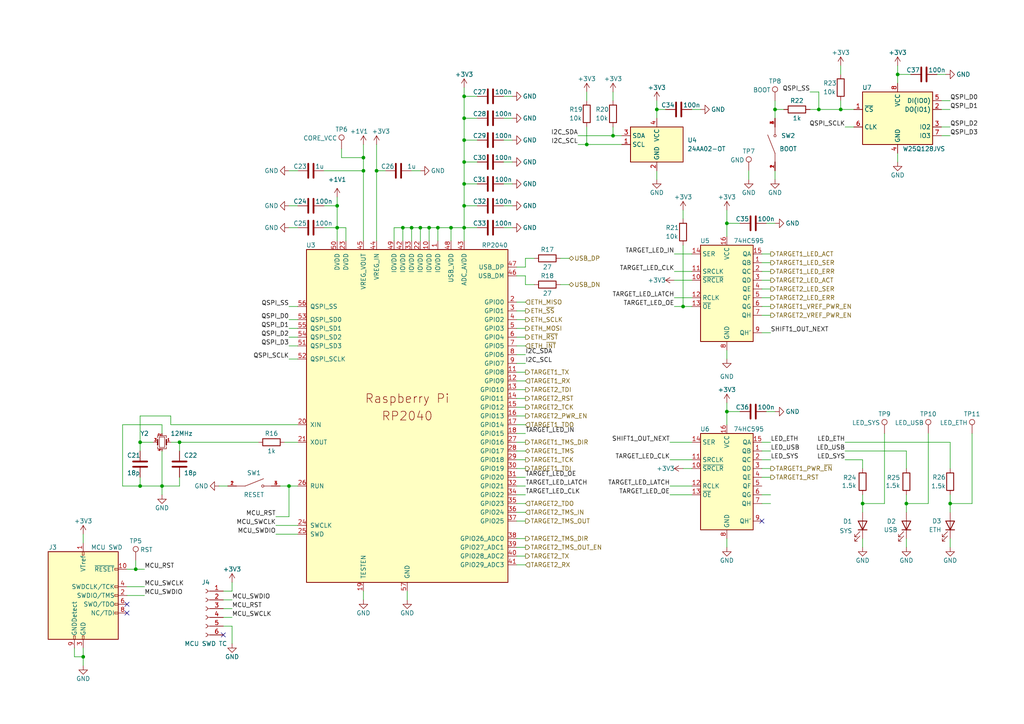
<source format=kicad_sch>
(kicad_sch (version 20211123) (generator eeschema)
  (paper "A4")
  (lib_symbols
    (symbol "1571563-9:1571563-9" (pin_names (offset 1.016) hide)
      (property "Reference" "S" (at -2.54 2.54 0))
      (property "Value" "1571563-9" (at -2.54 -2.54 0))
      (symbol "1571563-9_0_0"
        (pin passive line (at -7.62 0 0) (length 2.54) (name "~") (number "1"))
        (pin passive line (at -7.62 0 0) (length 2.54) (name "~") (number "2"))
        (pin passive line (at 7.62 0 180) (length 2.54) (name "~") (number "3"))
        (pin passive line (at 7.62 0 180) (length 2.54) (name "~") (number "4"))
      )
    )
    (symbol "74xx:74HC595"
      (property "Reference" "U" (at -7.62 13.97 0))
      (property "Value" "74HC595" (at -7.62 -16.51 0))
      (symbol "74HC595_1_0"
        (pin tri_state line (at 10.16 7.62 180) (length 2.54) (name "QB") (number "1"))
        (pin input line (at -10.16 2.54 0) (length 2.54) (name "~{SRCLR}") (number "10"))
        (pin input line (at -10.16 5.08 0) (length 2.54) (name "SRCLK") (number "11"))
        (pin input line (at -10.16 -2.54 0) (length 2.54) (name "RCLK") (number "12"))
        (pin input line (at -10.16 -5.08 0) (length 2.54) (name "~{OE}") (number "13"))
        (pin input line (at -10.16 10.16 0) (length 2.54) (name "SER") (number "14"))
        (pin tri_state line (at 10.16 10.16 180) (length 2.54) (name "QA") (number "15"))
        (pin power_in line (at 0 15.24 270) (length 2.54) (name "VCC") (number "16"))
        (pin tri_state line (at 10.16 5.08 180) (length 2.54) (name "QC") (number "2"))
        (pin tri_state line (at 10.16 2.54 180) (length 2.54) (name "QD") (number "3"))
        (pin tri_state line (at 10.16 0 180) (length 2.54) (name "QE") (number "4"))
        (pin tri_state line (at 10.16 -2.54 180) (length 2.54) (name "QF") (number "5"))
        (pin tri_state line (at 10.16 -5.08 180) (length 2.54) (name "QG") (number "6"))
        (pin tri_state line (at 10.16 -7.62 180) (length 2.54) (name "QH") (number "7"))
        (pin power_in line (at 0 -17.78 90) (length 2.54) (name "GND") (number "8"))
        (pin output line (at 10.16 -12.7 180) (length 2.54) (name "QH'") (number "9"))
      )
    )
    (symbol "Connector:Conn_01x06_Female" (pin_names (offset 1.016) hide)
      (property "Reference" "J" (at 0 7.62 0))
      (property "Value" "Conn_01x06_Female" (at 0 -10.16 0))
      (symbol "Conn_01x06_Female_1_1"
        (pin passive line (at -5.08 5.08 0) (length 3.81) (name "Pin_1") (number "1"))
        (pin passive line (at -5.08 2.54 0) (length 3.81) (name "Pin_2") (number "2"))
        (pin passive line (at -5.08 0 0) (length 3.81) (name "Pin_3") (number "3"))
        (pin passive line (at -5.08 -2.54 0) (length 3.81) (name "Pin_4") (number "4"))
        (pin passive line (at -5.08 -5.08 0) (length 3.81) (name "Pin_5") (number "5"))
        (pin passive line (at -5.08 -7.62 0) (length 3.81) (name "Pin_6") (number "6"))
      )
    )
    (symbol "Connector:Conn_ARM_JTAG_SWD_10" (pin_names (offset 1.016))
      (property "Reference" "J" (at -2.54 16.51 0))
      (property "Value" "Conn_ARM_JTAG_SWD_10" (at -2.54 13.97 0))
      (symbol "Conn_ARM_JTAG_SWD_10_1_1"
        (pin power_in line (at 0 15.24 270) (length 2.54) (name "VTref") (number "1"))
        (pin open_collector line (at 12.7 7.62 180) (length 2.54) (name "~{RESET}") (number "10"))
        (pin bidirectional line (at 12.7 0 180) (length 2.54) (name "SWDIO/TMS") (number "2"))
        (pin power_in line (at 0 -15.24 90) (length 2.54) (name "GND") (number "3"))
        (pin output line (at 12.7 2.54 180) (length 2.54) (name "SWDCLK/TCK") (number "4"))
        (pin passive line (at 0 -15.24 90) (length 2.54) hide (name "GND") (number "5"))
        (pin input line (at 12.7 -2.54 180) (length 2.54) (name "SWO/TDO") (number "6"))
        (pin no_connect line (at -10.16 0 0) (length 2.54) hide (name "KEY") (number "7"))
        (pin output line (at 12.7 -5.08 180) (length 2.54) (name "NC/TDI") (number "8"))
        (pin passive line (at -2.54 -15.24 90) (length 2.54) (name "GNDDetect") (number "9"))
      )
    )
    (symbol "Connector:TestPoint" (pin_numbers hide) (pin_names (offset 0.762) hide)
      (property "Reference" "TP" (at 0 6.858 0))
      (property "Value" "TestPoint" (at 0 5.08 0))
      (symbol "TestPoint_1_1"
        (pin passive line (at 0 0 90) (length 2.54) (name "1") (number "1"))
      )
    )
    (symbol "Device:C" (pin_numbers hide) (pin_names (offset 0.254))
      (property "Reference" "C" (at 0.635 2.54 0))
      (property "Value" "C" (at 0.635 -2.54 0))
      (symbol "C_1_1"
        (pin passive line (at 0 3.81 270) (length 2.794) (name "~") (number "1"))
        (pin passive line (at 0 -3.81 90) (length 2.794) (name "~") (number "2"))
      )
    )
    (symbol "Device:Crystal_GND24_Small" (pin_names (offset 1.016) hide)
      (property "Reference" "Y" (at 1.27 4.445 0))
      (property "Value" "Crystal_GND24_Small" (at 1.27 2.54 0))
      (symbol "Crystal_GND24_Small_1_1"
        (pin passive line (at -2.54 0 0) (length 1.27) (name "1") (number "1"))
        (pin passive line (at 0 -2.54 90) (length 0.635) (name "2") (number "2"))
        (pin passive line (at 2.54 0 180) (length 1.27) (name "3") (number "3"))
        (pin passive line (at 0 2.54 270) (length 0.635) (name "4") (number "4"))
      )
    )
    (symbol "Device:LED" (pin_numbers hide) (pin_names (offset 1.016) hide)
      (property "Reference" "D" (at 0 2.54 0))
      (property "Value" "LED" (at 0 -2.54 0))
      (symbol "LED_1_1"
        (pin passive line (at -3.81 0 0) (length 2.54) (name "K") (number "1"))
        (pin passive line (at 3.81 0 180) (length 2.54) (name "A") (number "2"))
      )
    )
    (symbol "Device:R" (pin_numbers hide) (pin_names (offset 0))
      (property "Reference" "R" (at 2.032 0 90))
      (property "Value" "R" (at 0 0 90))
      (symbol "R_1_1"
        (pin passive line (at 0 3.81 270) (length 1.27) (name "~") (number "1"))
        (pin passive line (at 0 -3.81 90) (length 1.27) (name "~") (number "2"))
      )
    )
    (symbol "MCU_RaspberryPi_RP2040:RP2040" (pin_names (offset 1.016))
      (property "Reference" "U" (at -29.21 49.53 0))
      (property "Value" "RP2040" (at 24.13 -49.53 0))
      (symbol "RP2040_0_0"
        (text "Raspberry Pi" (at 0 5.08 0) (effects (font (size 2.54 2.54))))
        (text "RP2040" (at 0 0 0) (effects (font (size 2.54 2.54))))
      )
      (symbol "RP2040_1_1"
        (pin power_in line (at 8.89 50.8 270) (length 2.54) (name "IOVDD") (number "1"))
        (pin power_in line (at 6.35 50.8 270) (length 2.54) (name "IOVDD") (number "10"))
        (pin bidirectional line (at 31.75 12.7 180) (length 2.54) (name "GPIO8") (number "11"))
        (pin bidirectional line (at 31.75 10.16 180) (length 2.54) (name "GPIO9") (number "12"))
        (pin bidirectional line (at 31.75 7.62 180) (length 2.54) (name "GPIO10") (number "13"))
        (pin bidirectional line (at 31.75 5.08 180) (length 2.54) (name "GPIO11") (number "14"))
        (pin bidirectional line (at 31.75 2.54 180) (length 2.54) (name "GPIO12") (number "15"))
        (pin bidirectional line (at 31.75 0 180) (length 2.54) (name "GPIO13") (number "16"))
        (pin bidirectional line (at 31.75 -2.54 180) (length 2.54) (name "GPIO14") (number "17"))
        (pin bidirectional line (at 31.75 -5.08 180) (length 2.54) (name "GPIO15") (number "18"))
        (pin passive line (at -12.7 -50.8 90) (length 2.54) (name "TESTEN") (number "19"))
        (pin bidirectional line (at 31.75 33.02 180) (length 2.54) (name "GPIO0") (number "2"))
        (pin input line (at -31.75 -2.54 0) (length 2.54) (name "XIN") (number "20"))
        (pin passive line (at -31.75 -7.62 0) (length 2.54) (name "XOUT") (number "21"))
        (pin power_in line (at 3.81 50.8 270) (length 2.54) (name "IOVDD") (number "22"))
        (pin power_in line (at -17.78 50.8 270) (length 2.54) (name "DVDD") (number "23"))
        (pin output line (at -31.75 -31.75 0) (length 2.54) (name "SWCLK") (number "24"))
        (pin bidirectional line (at -31.75 -34.29 0) (length 2.54) (name "SWD") (number "25"))
        (pin input line (at -31.75 -20.32 0) (length 2.54) (name "RUN") (number "26"))
        (pin bidirectional line (at 31.75 -7.62 180) (length 2.54) (name "GPIO16") (number "27"))
        (pin bidirectional line (at 31.75 -10.16 180) (length 2.54) (name "GPIO17") (number "28"))
        (pin bidirectional line (at 31.75 -12.7 180) (length 2.54) (name "GPIO18") (number "29"))
        (pin bidirectional line (at 31.75 30.48 180) (length 2.54) (name "GPIO1") (number "3"))
        (pin bidirectional line (at 31.75 -15.24 180) (length 2.54) (name "GPIO19") (number "30"))
        (pin bidirectional line (at 31.75 -17.78 180) (length 2.54) (name "GPIO20") (number "31"))
        (pin bidirectional line (at 31.75 -20.32 180) (length 2.54) (name "GPIO21") (number "32"))
        (pin power_in line (at 1.27 50.8 270) (length 2.54) (name "IOVDD") (number "33"))
        (pin bidirectional line (at 31.75 -22.86 180) (length 2.54) (name "GPIO22") (number "34"))
        (pin bidirectional line (at 31.75 -25.4 180) (length 2.54) (name "GPIO23") (number "35"))
        (pin bidirectional line (at 31.75 -27.94 180) (length 2.54) (name "GPIO24") (number "36"))
        (pin bidirectional line (at 31.75 -30.48 180) (length 2.54) (name "GPIO25") (number "37"))
        (pin bidirectional line (at 31.75 -35.56 180) (length 2.54) (name "GPIO26_ADC0") (number "38"))
        (pin bidirectional line (at 31.75 -38.1 180) (length 2.54) (name "GPIO27_ADC1") (number "39"))
        (pin bidirectional line (at 31.75 27.94 180) (length 2.54) (name "GPIO2") (number "4"))
        (pin bidirectional line (at 31.75 -40.64 180) (length 2.54) (name "GPIO28_ADC2") (number "40"))
        (pin bidirectional line (at 31.75 -43.18 180) (length 2.54) (name "GPIO29_ADC3") (number "41"))
        (pin power_in line (at -1.27 50.8 270) (length 2.54) (name "IOVDD") (number "42"))
        (pin power_in line (at 16.51 50.8 270) (length 2.54) (name "ADC_AVDD") (number "43"))
        (pin power_in line (at -8.89 50.8 270) (length 2.54) (name "VREG_IN") (number "44"))
        (pin power_out line (at -12.7 50.8 270) (length 2.54) (name "VREG_VOUT") (number "45"))
        (pin bidirectional line (at 31.75 40.64 180) (length 2.54) (name "USB_DM") (number "46"))
        (pin bidirectional line (at 31.75 43.18 180) (length 2.54) (name "USB_DP") (number "47"))
        (pin power_in line (at 12.7 50.8 270) (length 2.54) (name "USB_VDD") (number "48"))
        (pin power_in line (at -3.81 50.8 270) (length 2.54) (name "IOVDD") (number "49"))
        (pin bidirectional line (at 31.75 25.4 180) (length 2.54) (name "GPIO3") (number "5"))
        (pin power_in line (at -20.32 50.8 270) (length 2.54) (name "DVDD") (number "50"))
        (pin bidirectional line (at -31.75 20.32 0) (length 2.54) (name "QSPI_SD3") (number "51"))
        (pin output line (at -31.75 16.51 0) (length 2.54) (name "QSPI_SCLK") (number "52"))
        (pin bidirectional line (at -31.75 27.94 0) (length 2.54) (name "QSPI_SD0") (number "53"))
        (pin bidirectional line (at -31.75 22.86 0) (length 2.54) (name "QSPI_SD2") (number "54"))
        (pin bidirectional line (at -31.75 25.4 0) (length 2.54) (name "QSPI_SD1") (number "55"))
        (pin bidirectional line (at -31.75 31.75 0) (length 2.54) (name "QSPI_SS") (number "56"))
        (pin power_in line (at 0 -50.8 90) (length 2.54) (name "GND") (number "57"))
        (pin bidirectional line (at 31.75 22.86 180) (length 2.54) (name "GPIO4") (number "6"))
        (pin bidirectional line (at 31.75 20.32 180) (length 2.54) (name "GPIO5") (number "7"))
        (pin bidirectional line (at 31.75 17.78 180) (length 2.54) (name "GPIO6") (number "8"))
        (pin bidirectional line (at 31.75 15.24 180) (length 2.54) (name "GPIO7") (number "9"))
      )
    )
    (symbol "Memory_EEPROM:24AA02-OT"
      (property "Reference" "U" (at -7.62 6.35 0))
      (property "Value" "24AA02-OT" (at 2.54 -6.35 0))
      (symbol "24AA02-OT_1_1"
        (pin input line (at 10.16 0 180) (length 2.54) (name "SCL") (number "1"))
        (pin power_in line (at 0 -7.62 90) (length 2.54) (name "GND") (number "2"))
        (pin bidirectional line (at 10.16 2.54 180) (length 2.54) (name "SDA") (number "3"))
        (pin power_in line (at 0 7.62 270) (length 2.54) (name "VCC") (number "4"))
        (pin no_connect line (at 7.62 -2.54 180) (length 2.54) hide (name "NC") (number "5"))
      )
    )
    (symbol "Memory_Flash:W25Q128JVS"
      (property "Reference" "U" (at -8.89 8.89 0))
      (property "Value" "W25Q128JVS" (at 7.62 8.89 0))
      (symbol "W25Q128JVS_1_1"
        (pin input line (at -12.7 2.54 0) (length 2.54) (name "~{CS}") (number "1"))
        (pin bidirectional line (at 12.7 2.54 180) (length 2.54) (name "DO(IO1)") (number "2"))
        (pin bidirectional line (at 12.7 -2.54 180) (length 2.54) (name "IO2") (number "3"))
        (pin power_in line (at 0 -10.16 90) (length 2.54) (name "GND") (number "4"))
        (pin bidirectional line (at 12.7 5.08 180) (length 2.54) (name "DI(IO0)") (number "5"))
        (pin input line (at -12.7 -2.54 0) (length 2.54) (name "CLK") (number "6"))
        (pin bidirectional line (at 12.7 -5.08 180) (length 2.54) (name "IO3") (number "7"))
        (pin power_in line (at 0 10.16 270) (length 2.54) (name "VCC") (number "8"))
      )
    )
    (symbol "power:+1V1" (power) (pin_names (offset 0))
      (property "Value" "+1V1" (at 0 3.556 0))
      (symbol "+1V1_1_1"
        (pin power_in line (at 0 0 90) (length 0) hide (name "+1V1") (number "1"))
      )
    )
    (symbol "power:+3V3" (power) (pin_names (offset 0))
      (property "Value" "+3V3" (at 0 3.556 0))
      (symbol "+3V3_1_1"
        (pin power_in line (at 0 0 90) (length 0) hide (name "+3V3") (number "1"))
      )
    )
    (symbol "power:GND" (power) (pin_names (offset 0))
      (property "Value" "GND" (at 0 -3.81 0))
      (symbol "GND_1_1"
        (pin power_in line (at 0 0 270) (length 0) hide (name "GND") (number "1"))
      )
    )
  )
  (junction (at 116.84 66.04) (diameter 0.9144))
  (junction (at 210.82 119.38) (diameter 0.9144))
  (junction (at 177.8 39.37) (diameter 0.9144))
  (junction (at 124.46 66.04) (diameter 0.9144))
  (junction (at 134.62 59.69) (diameter 0.9144))
  (junction (at 24.13 190.5) (diameter 0.9144))
  (junction (at 170.18 41.91) (diameter 0.9144))
  (junction (at 97.79 66.04) (diameter 0.9144))
  (junction (at 198.12 88.9))
  (junction (at 105.41 45.72) (diameter 0.9144))
  (junction (at 105.41 49.53) (diameter 0.9144))
  (junction (at 39.37 165.1) (diameter 0.9144))
  (junction (at 134.62 27.94) (diameter 0.9144))
  (junction (at 243.84 31.75) (diameter 0.9144))
  (junction (at 210.82 64.77) (diameter 0.9144))
  (junction (at 130.81 66.04) (diameter 0.9144))
  (junction (at 237.49 31.75) (diameter 0.9144))
  (junction (at 190.5 31.75) (diameter 0.9144))
  (junction (at 134.62 66.04) (diameter 0.9144))
  (junction (at 109.22 49.53) (diameter 0.9144))
  (junction (at 46.99 140.97) (diameter 0.9144))
  (junction (at 40.64 128.27) (diameter 0.9144))
  (junction (at 275.59 146.05))
  (junction (at 260.35 21.59) (diameter 0.9144))
  (junction (at 134.62 34.29) (diameter 0.9144))
  (junction (at 121.92 66.04) (diameter 0.9144))
  (junction (at 119.38 66.04) (diameter 0.9144))
  (junction (at 250.19 146.05))
  (junction (at 134.62 46.99) (diameter 0.9144))
  (junction (at 224.79 31.75) (diameter 0.9144))
  (junction (at 40.64 140.97) (diameter 0.9144))
  (junction (at 134.62 40.64) (diameter 0.9144))
  (junction (at 97.79 59.69) (diameter 0.9144))
  (junction (at 134.62 53.34) (diameter 0.9144))
  (junction (at 127 66.04) (diameter 0.9144))
  (junction (at 83.82 140.97) (diameter 0.9144))
  (junction (at 262.89 146.05))
  (junction (at 52.07 128.27) (diameter 0.9144))
  (no_connect (at 36.83 175.26))
  (no_connect (at 36.83 177.8))
  (no_connect (at 64.77 184.15))
  (no_connect (at 220.98 151.13))
  (wire (pts (xy 200.66 31.75) (xy 203.2 31.75)))
  (wire (pts (xy 21.59 187.96) (xy 21.59 190.5)))
  (wire (pts (xy 21.59 190.5) (xy 24.13 190.5)))
  (wire (pts (xy 220.98 73.66) (xy 223.52 73.66)))
  (wire (pts (xy 149.86 151.13) (xy 152.4 151.13)))
  (wire (pts (xy 134.62 66.04) (xy 134.62 69.85)))
  (wire (pts (xy 149.86 138.43) (xy 152.4 138.43)))
  (wire (pts (xy 40.64 128.27) (xy 40.64 120.65)))
  (wire (pts (xy 149.86 90.17) (xy 152.4 90.17)))
  (wire (pts (xy 243.84 29.21) (xy 243.84 31.75)))
  (wire (pts (xy 134.62 34.29) (xy 138.43 34.29)))
  (wire (pts (xy 198.12 88.9) (xy 200.66 88.9)))
  (wire (pts (xy 99.06 43.18) (xy 99.06 45.72)))
  (wire (pts (xy 99.06 45.72) (xy 105.41 45.72)))
  (wire (pts (xy 39.37 162.56) (xy 39.37 165.1)))
  (wire (pts (xy 80.01 154.94) (xy 86.36 154.94)))
  (wire (pts (xy 64.77 179.07) (xy 67.31 179.07)))
  (wire (pts (xy 220.98 81.28) (xy 223.52 81.28)))
  (wire (pts (xy 134.62 34.29) (xy 134.62 40.64)))
  (wire (pts (xy 149.86 135.89) (xy 152.4 135.89)))
  (wire (pts (xy 167.64 41.91) (xy 170.18 41.91)))
  (wire (pts (xy 64.77 173.99) (xy 67.31 173.99)))
  (wire (pts (xy 93.98 59.69) (xy 97.79 59.69)))
  (wire (pts (xy 260.35 19.05) (xy 260.35 21.59)))
  (wire (pts (xy 134.62 25.4) (xy 134.62 27.94)))
  (wire (pts (xy 149.86 158.75) (xy 152.4 158.75)))
  (wire (pts (xy 134.62 40.64) (xy 134.62 46.99)))
  (wire (pts (xy 220.98 76.2) (xy 223.52 76.2)))
  (wire (pts (xy 82.55 128.27) (xy 86.36 128.27)))
  (wire (pts (xy 149.86 80.01) (xy 152.4 80.01)))
  (wire (pts (xy 195.58 78.74) (xy 200.66 78.74)))
  (wire (pts (xy 134.62 59.69) (xy 138.43 59.69)))
  (wire (pts (xy 269.24 146.05) (xy 269.24 125.73)))
  (wire (pts (xy 148.59 34.29) (xy 146.05 34.29)))
  (wire (pts (xy 83.82 100.33) (xy 86.36 100.33)))
  (wire (pts (xy 149.86 110.49) (xy 152.4 110.49)))
  (wire (pts (xy 234.95 31.75) (xy 237.49 31.75)))
  (wire (pts (xy 170.18 41.91) (xy 170.18 36.83)))
  (wire (pts (xy 180.34 41.91) (xy 170.18 41.91)))
  (wire (pts (xy 275.59 156.21) (xy 275.59 158.75)))
  (wire (pts (xy 243.84 19.05) (xy 243.84 21.59)))
  (wire (pts (xy 36.83 172.72) (xy 41.91 172.72)))
  (wire (pts (xy 127 66.04) (xy 130.81 66.04)))
  (wire (pts (xy 67.31 171.45) (xy 64.77 171.45)))
  (wire (pts (xy 119.38 66.04) (xy 119.38 69.85)))
  (wire (pts (xy 167.64 39.37) (xy 177.8 39.37)))
  (wire (pts (xy 116.84 66.04) (xy 119.38 66.04)))
  (wire (pts (xy 83.82 59.69) (xy 86.36 59.69)))
  (wire (pts (xy 210.82 101.6) (xy 210.82 104.14)))
  (wire (pts (xy 124.46 66.04) (xy 127 66.04)))
  (wire (pts (xy 114.3 69.85) (xy 114.3 66.04)))
  (wire (pts (xy 52.07 128.27) (xy 74.93 128.27)))
  (wire (pts (xy 49.53 128.27) (xy 52.07 128.27)))
  (wire (pts (xy 198.12 60.96) (xy 198.12 63.5)))
  (wire (pts (xy 275.59 146.05) (xy 275.59 148.59)))
  (wire (pts (xy 210.82 119.38) (xy 214.63 119.38)))
  (wire (pts (xy 220.98 128.27) (xy 223.52 128.27)))
  (wire (pts (xy 100.33 69.85) (xy 100.33 66.04)))
  (wire (pts (xy 134.62 40.64) (xy 138.43 40.64)))
  (wire (pts (xy 105.41 49.53) (xy 105.41 69.85)))
  (wire (pts (xy 152.4 82.55) (xy 154.94 82.55)))
  (wire (pts (xy 224.79 29.21) (xy 224.79 31.75)))
  (wire (pts (xy 149.86 123.19) (xy 152.4 123.19)))
  (wire (pts (xy 49.53 123.19) (xy 86.36 123.19)))
  (wire (pts (xy 49.53 120.65) (xy 49.53 123.19)))
  (wire (pts (xy 109.22 49.53) (xy 111.76 49.53)))
  (wire (pts (xy 262.89 146.05) (xy 269.24 146.05)))
  (wire (pts (xy 148.59 27.94) (xy 146.05 27.94)))
  (wire (pts (xy 124.46 66.04) (xy 124.46 69.85)))
  (wire (pts (xy 149.86 140.97) (xy 152.4 140.97)))
  (wire (pts (xy 121.92 66.04) (xy 124.46 66.04)))
  (wire (pts (xy 24.13 187.96) (xy 24.13 190.5)))
  (wire (pts (xy 24.13 190.5) (xy 24.13 193.04)))
  (wire (pts (xy 67.31 186.69) (xy 67.31 181.61)))
  (wire (pts (xy 149.86 87.63) (xy 152.4 87.63)))
  (wire (pts (xy 262.89 143.51) (xy 262.89 146.05)))
  (wire (pts (xy 109.22 69.85) (xy 109.22 49.53)))
  (wire (pts (xy 262.89 135.89) (xy 262.89 130.81)))
  (wire (pts (xy 149.86 143.51) (xy 152.4 143.51)))
  (wire (pts (xy 119.38 66.04) (xy 121.92 66.04)))
  (wire (pts (xy 46.99 125.73) (xy 46.99 123.19)))
  (wire (pts (xy 148.59 40.64) (xy 146.05 40.64)))
  (wire (pts (xy 250.19 135.89) (xy 250.19 133.35)))
  (wire (pts (xy 250.19 146.05) (xy 256.54 146.05)))
  (wire (pts (xy 224.79 31.75) (xy 227.33 31.75)))
  (wire (pts (xy 52.07 138.43) (xy 52.07 140.97)))
  (wire (pts (xy 220.98 83.82) (xy 223.52 83.82)))
  (wire (pts (xy 64.77 176.53) (xy 67.31 176.53)))
  (wire (pts (xy 83.82 92.71) (xy 86.36 92.71)))
  (wire (pts (xy 83.82 104.14) (xy 86.36 104.14)))
  (wire (pts (xy 148.59 46.99) (xy 146.05 46.99)))
  (wire (pts (xy 195.58 81.28) (xy 200.66 81.28)))
  (wire (pts (xy 149.86 107.95) (xy 152.4 107.95)))
  (wire (pts (xy 250.19 146.05) (xy 250.19 148.59)))
  (wire (pts (xy 149.86 77.47) (xy 152.4 77.47)))
  (wire (pts (xy 273.05 31.75) (xy 275.59 31.75)))
  (wire (pts (xy 210.82 116.84) (xy 210.82 119.38)))
  (wire (pts (xy 152.4 80.01) (xy 152.4 82.55)))
  (wire (pts (xy 40.64 120.65) (xy 49.53 120.65)))
  (wire (pts (xy 194.31 143.51) (xy 200.66 143.51)))
  (wire (pts (xy 36.83 165.1) (xy 39.37 165.1)))
  (wire (pts (xy 39.37 165.1) (xy 41.91 165.1)))
  (wire (pts (xy 46.99 123.19) (xy 35.56 123.19)))
  (wire (pts (xy 220.98 91.44) (xy 223.52 91.44)))
  (wire (pts (xy 93.98 66.04) (xy 97.79 66.04)))
  (wire (pts (xy 210.82 60.96) (xy 210.82 64.77)))
  (wire (pts (xy 210.82 64.77) (xy 210.82 68.58)))
  (wire (pts (xy 260.35 21.59) (xy 260.35 24.13)))
  (wire (pts (xy 80.01 152.4) (xy 86.36 152.4)))
  (wire (pts (xy 149.86 161.29) (xy 152.4 161.29)))
  (wire (pts (xy 220.98 133.35) (xy 223.52 133.35)))
  (wire (pts (xy 40.64 128.27) (xy 40.64 130.81)))
  (wire (pts (xy 149.86 163.83) (xy 152.4 163.83)))
  (wire (pts (xy 83.82 66.04) (xy 86.36 66.04)))
  (wire (pts (xy 152.4 77.47) (xy 152.4 74.93)))
  (wire (pts (xy 256.54 146.05) (xy 256.54 125.73)))
  (wire (pts (xy 83.82 88.9) (xy 86.36 88.9)))
  (wire (pts (xy 97.79 69.85) (xy 97.79 66.04)))
  (wire (pts (xy 134.62 66.04) (xy 138.43 66.04)))
  (wire (pts (xy 177.8 26.67) (xy 177.8 29.21)))
  (wire (pts (xy 46.99 130.81) (xy 46.99 140.97)))
  (wire (pts (xy 220.98 96.52) (xy 223.52 96.52)))
  (wire (pts (xy 149.86 115.57) (xy 152.4 115.57)))
  (wire (pts (xy 198.12 71.12) (xy 198.12 88.9)))
  (wire (pts (xy 148.59 66.04) (xy 146.05 66.04)))
  (wire (pts (xy 177.8 39.37) (xy 177.8 36.83)))
  (wire (pts (xy 180.34 39.37) (xy 177.8 39.37)))
  (wire (pts (xy 35.56 123.19) (xy 35.56 140.97)))
  (wire (pts (xy 80.01 149.86) (xy 83.82 149.86)))
  (wire (pts (xy 83.82 140.97) (xy 83.82 149.86)))
  (wire (pts (xy 170.18 26.67) (xy 170.18 29.21)))
  (wire (pts (xy 224.79 34.29) (xy 224.79 31.75)))
  (wire (pts (xy 210.82 119.38) (xy 210.82 123.19)))
  (wire (pts (xy 275.59 128.27) (xy 275.59 135.89)))
  (wire (pts (xy 194.31 140.97) (xy 200.66 140.97)))
  (wire (pts (xy 148.59 59.69) (xy 146.05 59.69)))
  (wire (pts (xy 83.82 97.79) (xy 86.36 97.79)))
  (wire (pts (xy 273.05 29.21) (xy 275.59 29.21)))
  (wire (pts (xy 190.5 29.21) (xy 190.5 31.75)))
  (wire (pts (xy 210.82 156.21) (xy 210.82 158.75)))
  (wire (pts (xy 149.86 105.41) (xy 152.4 105.41)))
  (wire (pts (xy 273.05 39.37) (xy 275.59 39.37)))
  (wire (pts (xy 81.28 140.97) (xy 83.82 140.97)))
  (wire (pts (xy 220.98 135.89) (xy 223.52 135.89)))
  (wire (pts (xy 195.58 88.9) (xy 198.12 88.9)))
  (wire (pts (xy 46.99 140.97) (xy 46.99 143.51)))
  (wire (pts (xy 245.11 128.27) (xy 275.59 128.27)))
  (wire (pts (xy 260.35 21.59) (xy 264.16 21.59)))
  (wire (pts (xy 273.05 36.83) (xy 275.59 36.83)))
  (wire (pts (xy 149.86 102.87) (xy 152.4 102.87)))
  (wire (pts (xy 93.98 49.53) (xy 105.41 49.53)))
  (wire (pts (xy 220.98 78.74) (xy 223.52 78.74)))
  (wire (pts (xy 149.86 113.03) (xy 152.4 113.03)))
  (wire (pts (xy 130.81 66.04) (xy 130.81 69.85)))
  (wire (pts (xy 46.99 140.97) (xy 40.64 140.97)))
  (wire (pts (xy 245.11 133.35) (xy 250.19 133.35)))
  (wire (pts (xy 149.86 120.65) (xy 152.4 120.65)))
  (wire (pts (xy 83.82 49.53) (xy 86.36 49.53)))
  (wire (pts (xy 250.19 143.51) (xy 250.19 146.05)))
  (wire (pts (xy 271.78 21.59) (xy 274.32 21.59)))
  (wire (pts (xy 149.86 118.11) (xy 152.4 118.11)))
  (wire (pts (xy 40.64 140.97) (xy 40.64 138.43)))
  (wire (pts (xy 275.59 143.51) (xy 275.59 146.05)))
  (wire (pts (xy 121.92 66.04) (xy 121.92 69.85)))
  (wire (pts (xy 66.04 140.97) (xy 63.5 140.97)))
  (wire (pts (xy 220.98 138.43) (xy 223.52 138.43)))
  (wire (pts (xy 190.5 31.75) (xy 190.5 34.29)))
  (wire (pts (xy 193.04 31.75) (xy 190.5 31.75)))
  (wire (pts (xy 149.86 156.21) (xy 152.4 156.21)))
  (wire (pts (xy 83.82 95.25) (xy 86.36 95.25)))
  (wire (pts (xy 149.86 95.25) (xy 152.4 95.25)))
  (wire (pts (xy 220.98 130.81) (xy 223.52 130.81)))
  (wire (pts (xy 149.86 92.71) (xy 152.4 92.71)))
  (wire (pts (xy 220.98 88.9) (xy 223.52 88.9)))
  (wire (pts (xy 162.56 74.93) (xy 165.1 74.93)))
  (wire (pts (xy 134.62 53.34) (xy 138.43 53.34)))
  (wire (pts (xy 67.31 168.91) (xy 67.31 171.45)))
  (wire (pts (xy 220.98 146.05) (xy 223.52 146.05)))
  (wire (pts (xy 210.82 64.77) (xy 214.63 64.77)))
  (wire (pts (xy 100.33 66.04) (xy 97.79 66.04)))
  (wire (pts (xy 281.94 146.05) (xy 281.94 125.73)))
  (wire (pts (xy 109.22 41.91) (xy 109.22 49.53)))
  (wire (pts (xy 97.79 57.15) (xy 97.79 59.69)))
  (wire (pts (xy 190.5 49.53) (xy 190.5 52.07)))
  (wire (pts (xy 149.86 100.33) (xy 152.4 100.33)))
  (wire (pts (xy 162.56 82.55) (xy 165.1 82.55)))
  (wire (pts (xy 234.95 26.67) (xy 237.49 26.67)))
  (wire (pts (xy 245.11 130.81) (xy 262.89 130.81)))
  (wire (pts (xy 97.79 59.69) (xy 97.79 66.04)))
  (wire (pts (xy 217.17 49.53) (xy 217.17 52.07)))
  (wire (pts (xy 237.49 31.75) (xy 243.84 31.75)))
  (wire (pts (xy 127 66.04) (xy 127 69.85)))
  (wire (pts (xy 105.41 41.91) (xy 105.41 45.72)))
  (wire (pts (xy 105.41 45.72) (xy 105.41 49.53)))
  (wire (pts (xy 134.62 59.69) (xy 134.62 66.04)))
  (wire (pts (xy 222.25 64.77) (xy 224.79 64.77)))
  (wire (pts (xy 36.83 170.18) (xy 41.91 170.18)))
  (wire (pts (xy 250.19 156.21) (xy 250.19 158.75)))
  (wire (pts (xy 224.79 49.53) (xy 224.79 52.07)))
  (wire (pts (xy 195.58 73.66) (xy 200.66 73.66)))
  (wire (pts (xy 149.86 133.35) (xy 152.4 133.35)))
  (wire (pts (xy 44.45 128.27) (xy 40.64 128.27)))
  (wire (pts (xy 243.84 31.75) (xy 247.65 31.75)))
  (wire (pts (xy 35.56 140.97) (xy 40.64 140.97)))
  (wire (pts (xy 138.43 27.94) (xy 134.62 27.94)))
  (wire (pts (xy 83.82 140.97) (xy 86.36 140.97)))
  (wire (pts (xy 105.41 171.45) (xy 105.41 173.99)))
  (wire (pts (xy 194.31 128.27) (xy 200.66 128.27)))
  (wire (pts (xy 262.89 156.21) (xy 262.89 158.75)))
  (wire (pts (xy 149.86 148.59) (xy 152.4 148.59)))
  (wire (pts (xy 152.4 74.93) (xy 154.94 74.93)))
  (wire (pts (xy 52.07 140.97) (xy 46.99 140.97)))
  (wire (pts (xy 149.86 130.81) (xy 152.4 130.81)))
  (wire (pts (xy 220.98 86.36) (xy 223.52 86.36)))
  (wire (pts (xy 222.25 119.38) (xy 224.79 119.38)))
  (wire (pts (xy 149.86 128.27) (xy 152.4 128.27)))
  (wire (pts (xy 195.58 86.36) (xy 200.66 86.36)))
  (wire (pts (xy 245.11 36.83) (xy 247.65 36.83)))
  (wire (pts (xy 118.11 171.45) (xy 118.11 173.99)))
  (wire (pts (xy 119.38 49.53) (xy 121.92 49.53)))
  (wire (pts (xy 149.86 146.05) (xy 152.4 146.05)))
  (wire (pts (xy 198.12 135.89) (xy 200.66 135.89)))
  (wire (pts (xy 67.31 181.61) (xy 64.77 181.61)))
  (wire (pts (xy 134.62 46.99) (xy 134.62 53.34)))
  (wire (pts (xy 134.62 53.34) (xy 134.62 59.69)))
  (wire (pts (xy 148.59 53.34) (xy 146.05 53.34)))
  (wire (pts (xy 116.84 66.04) (xy 116.84 69.85)))
  (wire (pts (xy 24.13 154.94) (xy 24.13 157.48)))
  (wire (pts (xy 149.86 125.73) (xy 152.4 125.73)))
  (wire (pts (xy 237.49 31.75) (xy 237.49 26.67)))
  (wire (pts (xy 134.62 46.99) (xy 138.43 46.99)))
  (wire (pts (xy 130.81 66.04) (xy 134.62 66.04)))
  (wire (pts (xy 134.62 27.94) (xy 134.62 34.29)))
  (wire (pts (xy 149.86 97.79) (xy 152.4 97.79)))
  (wire (pts (xy 262.89 146.05) (xy 262.89 148.59)))
  (wire (pts (xy 275.59 146.05) (xy 281.94 146.05)))
  (wire (pts (xy 52.07 128.27) (xy 52.07 130.81)))
  (wire (pts (xy 114.3 66.04) (xy 116.84 66.04)))
  (wire (pts (xy 220.98 143.51) (xy 223.52 143.51)))
  (wire (pts (xy 260.35 44.45) (xy 260.35 46.99)))
  (wire (pts (xy 194.31 133.35) (xy 200.66 133.35)))
  (label "LED_SYS" (at 245.11 133.35 180))
  (label "TARGET_LED_CLK" (at 195.58 78.74 180))
  (label "QSPI_D1" (at 275.59 31.75 0))
  (label "QSPI_D3" (at 275.59 39.37 0))
  (label "QSPI_SS" (at 234.95 26.67 180))
  (label "LED_ETH" (at 245.11 128.27 180))
  (label "QSPI_D2" (at 83.82 97.79 180))
  (label "TARGET_LED_OE" (at 195.58 88.9 180))
  (label "QSPI_D0" (at 83.82 92.71 180))
  (label "TARGET_LED_CLK" (at 194.31 133.35 180))
  (label "LED_USB" (at 245.11 130.81 180))
  (label "QSPI_D1" (at 83.82 95.25 180))
  (label "MCU_RST" (at 80.01 149.86 180))
  (label "I2C_SCL" (at 152.4 105.41 0))
  (label "MCU_SWCLK" (at 80.01 152.4 180))
  (label "I2C_SDA" (at 167.64 39.37 180))
  (label "QSPI_D3" (at 83.82 100.33 180))
  (label "TARGET_LED_LATCH" (at 195.58 86.36 180))
  (label "MCU_SWDIO" (at 67.31 173.99 0))
  (label "TARGET_LED_IN" (at 195.58 73.66 180))
  (label "MCU_SWCLK" (at 41.91 170.18 0))
  (label "QSPI_D2" (at 275.59 36.83 0))
  (label "I2C_SCL" (at 167.64 41.91 180))
  (label "QSPI_SCLK" (at 245.11 36.83 180))
  (label "TARGET_LED_LATCH" (at 194.31 140.97 180))
  (label "TARGET_LED_OE" (at 194.31 143.51 180))
  (label "SHIFT1_OUT_NEXT" (at 223.52 96.52 0))
  (label "LED_USB" (at 223.52 130.81 0))
  (label "LED_ETH" (at 223.52 128.27 0))
  (label "LED_SYS" (at 223.52 133.35 0))
  (label "MCU_SWDIO" (at 41.91 172.72 0))
  (label "SHIFT1_OUT_NEXT" (at 194.31 128.27 180))
  (label "TARGET_LED_CLK" (at 152.4 143.51 0))
  (label "QSPI_D0" (at 275.59 29.21 0))
  (label "MCU_RST" (at 67.31 176.53 0))
  (label "QSPI_SCLK" (at 83.82 104.14 180))
  (label "MCU_RST" (at 41.91 165.1 0))
  (label "QSPI_SS" (at 83.82 88.9 180))
  (label "TARGET_LED_IN" (at 152.4 125.73 0))
  (label "MCU_SWCLK" (at 67.31 179.07 0))
  (label "TARGET_LED_LATCH" (at 152.4 140.97 0))
  (label "TARGET_LED_OE" (at 152.4 138.43 0))
  (label "MCU_SWDIO" (at 80.01 154.94 180))
  (label "I2C_SDA" (at 152.4 102.87 0))
  (hierarchical_label "TARGET1_RST" (shape output) (at 223.52 138.43 0))
  (hierarchical_label "TARGET2_TMS_IN" (shape input) (at 152.4 148.59 0))
  (hierarchical_label "TARGET2_TX" (shape output) (at 152.4 161.29 0))
  (hierarchical_label "USB_DN" (shape bidirectional) (at 165.1 82.55 0))
  (hierarchical_label "TARGET1_LED_ACT" (shape output) (at 223.52 73.66 0))
  (hierarchical_label "TARGET2_RST" (shape output) (at 152.4 115.57 0))
  (hierarchical_label "TARGET1_LED_SER" (shape output) (at 223.52 76.2 0))
  (hierarchical_label "TARGET2_TCK" (shape output) (at 152.4 118.11 0))
  (hierarchical_label "TARGET2_RX" (shape input) (at 152.4 163.83 0))
  (hierarchical_label "TARGET2_TDI" (shape output) (at 152.4 113.03 0))
  (hierarchical_label "ETH_~{INT}" (shape input) (at 152.4 100.33 0))
  (hierarchical_label "TARGET1_TCK" (shape output) (at 152.4 133.35 0))
  (hierarchical_label "ETH_~{RST}" (shape output) (at 152.4 97.79 0))
  (hierarchical_label "TARGET1_VREF_PWR_EN" (shape output) (at 223.52 88.9 0))
  (hierarchical_label "ETH_MOSI" (shape output) (at 152.4 95.25 0))
  (hierarchical_label "TARGET1_TMS" (shape bidirectional) (at 152.4 130.81 0))
  (hierarchical_label "TARGET1_LED_ERR" (shape output) (at 223.52 78.74 0))
  (hierarchical_label "TARGET1_PWR_~{EN}" (shape output) (at 223.52 135.89 0))
  (hierarchical_label "TARGET2_PWR_EN" (shape output) (at 152.4 120.65 0))
  (hierarchical_label "TARGET2_TMS_DIR" (shape output) (at 152.4 156.21 0))
  (hierarchical_label "TARGET2_LED_ACT" (shape output) (at 223.52 81.28 0))
  (hierarchical_label "TARGET2_TMS_OUT_EN" (shape output) (at 152.4 158.75 0))
  (hierarchical_label "TARGET1_TDO" (shape input) (at 152.4 123.19 0))
  (hierarchical_label "TARGET1_TDI" (shape output) (at 152.4 135.89 0))
  (hierarchical_label "ETH_MISO" (shape input) (at 152.4 87.63 0))
  (hierarchical_label "USB_DP" (shape bidirectional) (at 165.1 74.93 0))
  (hierarchical_label "TARGET1_RX" (shape input) (at 152.4 110.49 0))
  (hierarchical_label "TARGET2_TMS_OUT" (shape output) (at 152.4 151.13 0))
  (hierarchical_label "ETH_SCLK" (shape output) (at 152.4 92.71 0))
  (hierarchical_label "TARGET1_TX" (shape output) (at 152.4 107.95 0))
  (hierarchical_label "TARGET2_LED_ERR" (shape output) (at 223.52 86.36 0))
  (hierarchical_label "TARGET2_VREF_PWR_EN" (shape output) (at 223.52 91.44 0))
  (hierarchical_label "ETH_~{SS}" (shape output) (at 152.4 90.17 0))
  (hierarchical_label "TARGET2_LED_SER" (shape output) (at 223.52 83.82 0))
  (hierarchical_label "TARGET1_TMS_DIR" (shape output) (at 152.4 128.27 0))
  (hierarchical_label "TARGET2_TDO" (shape input) (at 152.4 146.05 0))
  (symbol (lib_id "Device:R") (at 231.14 31.75 90) (mirror x) (unit 1)
    (property "Reference" "R22" (at 231.1399 29.21 90))
    (property "Value" "1k" (at 231.1399 34.29 90))
    (property "Footprint" "Resistor_SMD:R_0402_1005Metric" (effects hide))
  )
  (symbol (lib_id "power:GND") (at 190.5 52.07 0) (unit 1)
    (property "Reference" "#PWR058" (effects hide))
    (property "Value" "GND" (at 190.5 55.88 0))
  )
  (symbol (lib_id "power:GND") (at 275.59 158.75 0) (unit 1)
    (property "Reference" "#PWR077" (effects hide))
    (property "Value" "GND" (at 275.59 162.56 0))
  )
  (symbol (lib_id "power:+3V3") (at 109.22 41.91 0) (unit 1)
    (property "Reference" "#PWR044" (effects hide))
    (property "Value" "+3V3" (at 110.49 38.1 0))
  )
  (symbol (lib_id "power:GND") (at 148.59 40.64 90) (unit 1)
    (property "Reference" "#PWR050" (effects hide))
    (property "Value" "GND" (at 153.67 40.64 90))
  )
  (symbol (lib_id "Device:C") (at 142.24 59.69 90) (unit 1)
    (property "Reference" "C32" (at 137.1601 58.42 90) (effects (justify right)))
    (property "Value" "100n" (at 143.5101 58.42 90) (effects (justify right)))
    (property "Footprint" "Capacitor_SMD:C_0402_1005Metric" (effects hide))
  )
  (symbol (lib_id "Device:C") (at 90.17 49.53 90) (mirror x) (unit 1)
    (property "Reference" "C23" (at 85.0901 48.26 90) (effects (justify right)))
    (property "Value" "1u" (at 91.4401 48.26 90) (effects (justify right)))
    (property "Footprint" "Capacitor_SMD:C_0402_1005Metric" (effects hide))
  )
  (symbol (lib_id "1571563-9:1571563-9") (at 73.66 140.97 0) (unit 1)
    (property "Reference" "SW1" (at 73.66 137.16 0))
    (property "Value" "RESET" (at 73.66 143.51 0))
    (property "Footprint" "1571563-9:SW_1571563-9" (effects hide))
    (property "Comment" "1571563-9" (effects hide))
    (property "EU_RoHS_Compliance" "Compliant" (effects hide))
  )
  (symbol (lib_id "Device:R") (at 158.75 82.55 90) (unit 1)
    (property "Reference" "R18" (at 158.75 80.01 90))
    (property "Value" "27" (at 158.75 85.09 90))
    (property "Footprint" "Resistor_SMD:R_0402_1005Metric" (effects hide))
  )
  (symbol (lib_id "Device:C") (at 142.24 46.99 90) (unit 1)
    (property "Reference" "C30" (at 137.1601 45.72 90) (effects (justify right)))
    (property "Value" "100n" (at 143.5101 45.72 90) (effects (justify right)))
    (property "Footprint" "Capacitor_SMD:C_0402_1005Metric" (effects hide))
  )
  (symbol (lib_id "74xx:74HC595") (at 210.82 138.43 0) (unit 1)
    (property "Reference" "U6" (at 204.47 124.46 0))
    (property "Value" "74HC595" (at 217.17 124.46 0))
    (property "Footprint" "Package_SO:SOIC-16_3.9x9.9mm_P1.27mm" (effects hide))
    (property "Datasheet" "http://www.ti.com/lit/ds/symlink/sn74hc595.pdf" (effects hide))
  )
  (symbol (lib_id "Device:C") (at 218.44 119.38 90) (mirror x) (unit 1)
    (property "Reference" "C36" (at 213.3601 118.11 90) (effects (justify right)))
    (property "Value" "100n" (at 219.7101 118.11 90) (effects (justify right)))
    (property "Footprint" "Capacitor_SMD:C_0402_1005Metric" (effects hide))
  )
  (symbol (lib_id "power:GND") (at 203.2 31.75 90) (unit 1)
    (property "Reference" "#PWR062" (effects hide))
    (property "Value" "GND" (at 208.28 31.75 90))
  )
  (symbol (lib_id "Connector:TestPoint") (at 39.37 162.56 0) (unit 1)
    (property "Reference" "TP5" (at 39.37 156.9084 0))
    (property "Value" "RST" (at 40.64 159.4484 0) (effects (justify left)))
    (property "Footprint" "TestPoint:TestPoint_Pad_D1.0mm" (effects hide))
  )
  (symbol (lib_id "Device:LED") (at 250.19 152.4 270) (mirror x) (unit 1)
    (property "Reference" "D1" (at 247.1928 151.2062 90) (effects (justify right)))
    (property "Value" "SYS" (at 247.1928 153.9748 90) (effects (justify right)))
    (property "Footprint" "LED_THT:LED_D3.0mm" (effects hide))
  )
  (symbol (lib_id "power:GND") (at 224.79 119.38 90) (unit 1)
    (property "Reference" "#PWR070" (effects hide))
    (property "Value" "GND" (at 229.87 119.38 90))
  )
  (symbol (lib_id "Device:R") (at 198.12 67.31 0) (mirror y) (unit 1)
    (property "Reference" "R21" (at 193.04 66.0399 0) (effects (justify right)))
    (property "Value" "10k" (at 193.04 68.5799 0) (effects (justify right)))
    (property "Footprint" "Resistor_SMD:R_0402_1005Metric" (effects hide))
  )
  (symbol (lib_id "Device:C") (at 90.17 59.69 90) (mirror x) (unit 1)
    (property "Reference" "C24" (at 85.0901 58.42 90) (effects (justify right)))
    (property "Value" "100n" (at 91.4401 58.42 90) (effects (justify right)))
    (property "Footprint" "Capacitor_SMD:C_0402_1005Metric" (effects hide))
  )
  (symbol (lib_id "power:GND") (at 118.11 173.99 0) (unit 1)
    (property "Reference" "#PWR045" (effects hide))
    (property "Value" "GND" (at 118.11 177.8 0))
  )
  (symbol (lib_id "Device:C") (at 218.44 64.77 90) (mirror x) (unit 1)
    (property "Reference" "C35" (at 213.3601 63.5 90) (effects (justify right)))
    (property "Value" "100n" (at 219.7101 63.5 90) (effects (justify right)))
    (property "Footprint" "Capacitor_SMD:C_0402_1005Metric" (effects hide))
  )
  (symbol (lib_id "Device:R") (at 78.74 128.27 90) (unit 1)
    (property "Reference" "R16" (at 78.74 125.73 90))
    (property "Value" "1k" (at 78.74 130.81 90))
    (property "Footprint" "Resistor_SMD:R_0402_1005Metric" (effects hide))
  )
  (symbol (lib_id "power:GND") (at 148.59 66.04 90) (unit 1)
    (property "Reference" "#PWR054" (effects hide))
    (property "Value" "GND" (at 153.67 66.04 90))
  )
  (symbol (lib_id "power:+3V3") (at 210.82 60.96 0) (unit 1)
    (property "Reference" "#PWR063" (effects hide))
    (property "Value" "+3V3" (at 210.82 57.15 0))
  )
  (symbol (lib_id "power:GND") (at 148.59 46.99 90) (unit 1)
    (property "Reference" "#PWR051" (effects hide))
    (property "Value" "GND" (at 153.67 46.99 90))
  )
  (symbol (lib_id "power:+3V3") (at 260.35 19.05 0) (unit 1)
    (property "Reference" "#PWR073" (effects hide))
    (property "Value" "+3V3" (at 260.35 15.24 0))
  )
  (symbol (lib_id "Device:R") (at 262.89 139.7 0) (mirror y) (unit 1)
    (property "Reference" "R25" (at 261.112 138.5316 0) (effects (justify left)))
    (property "Value" "1.5k" (at 261.112 140.843 0) (effects (justify left)))
    (property "Footprint" "Resistor_SMD:R_0402_1005Metric" (effects hide))
    (property "Part Number" "RC0402FR-071K5L" (effects hide))
  )
  (symbol (lib_id "power:GND") (at 210.82 158.75 0) (unit 1)
    (property "Reference" "#PWR066" (effects hide))
    (property "Value" "GND" (at 210.82 162.56 0))
  )
  (symbol (lib_id "MCU_RaspberryPi_RP2040:RP2040") (at 118.11 120.65 0) (unit 1)
    (property "Reference" "U3" (at 90.17 71.12 0))
    (property "Value" "RP2040" (at 143.51 71.12 0))
    (property "Footprint" "RP2040_minimal:RP2040-QFN-56" (effects hide))
  )
  (symbol (lib_id "Connector:Conn_ARM_JTAG_SWD_10") (at 24.13 172.72 0) (unit 1)
    (property "Reference" "J3" (at 16.51 158.7499 0) (effects (justify right)))
    (property "Value" "MCU SWD" (at 35.56 158.7499 0) (effects (justify right)))
    (property "Footprint" "Connector_IDC:IDC-Header_2x05_P2.54mm_Vertical" (effects hide))
    (property "Datasheet" "http://infocenter.arm.com/help/topic/com.arm.doc.ddi0314h/DDI0314H_coresight_components_trm.pdf" (effects hide))
  )
  (symbol (lib_id "power:GND") (at 46.99 143.51 0) (unit 1)
    (property "Reference" "#PWR034" (effects hide))
    (property "Value" "GND" (at 46.99 147.32 0))
  )
  (symbol (lib_id "Device:LED") (at 262.89 152.4 270) (mirror x) (unit 1)
    (property "Reference" "D2" (at 259.8928 151.2062 90) (effects (justify right)))
    (property "Value" "USB" (at 260.35 153.67 90) (effects (justify right)))
    (property "Footprint" "LED_THT:LED_D3.0mm" (effects hide))
  )
  (symbol (lib_id "Connector:TestPoint") (at 281.94 125.73 0) (mirror y) (unit 1)
    (property "Reference" "TP11" (at 281.94 120.0784 0))
    (property "Value" "LED_ETH" (at 280.67 122.6184 0) (effects (justify left)))
    (property "Footprint" "TestPoint:TestPoint_Pad_D1.0mm" (effects hide))
  )
  (symbol (lib_id "power:GND") (at 148.59 34.29 90) (unit 1)
    (property "Reference" "#PWR049" (effects hide))
    (property "Value" "GND" (at 153.67 34.29 90))
  )
  (symbol (lib_id "power:+3V3") (at 67.31 168.91 0) (unit 1)
    (property "Reference" "#PWR036" (effects hide))
    (property "Value" "+3V3" (at 67.31 165.1 0))
  )
  (symbol (lib_id "power:+3V3") (at 195.58 81.28 90) (unit 1)
    (property "Reference" "#PWR059" (effects hide))
    (property "Value" "+3V3" (at 190.5 81.28 90))
  )
  (symbol (lib_id "Device:C") (at 142.24 66.04 90) (unit 1)
    (property "Reference" "C33" (at 137.1601 64.77 90) (effects (justify right)))
    (property "Value" "100n" (at 143.5101 64.77 90) (effects (justify right)))
    (property "Footprint" "Capacitor_SMD:C_0402_1005Metric" (effects hide))
  )
  (symbol (lib_id "Device:R") (at 250.19 139.7 0) (mirror y) (unit 1)
    (property "Reference" "R24" (at 248.412 138.5316 0) (effects (justify left)))
    (property "Value" "1.5k" (at 248.412 140.843 0) (effects (justify left)))
    (property "Footprint" "Resistor_SMD:R_0402_1005Metric" (effects hide))
    (property "Part Number" "RC0402FR-071K5L" (effects hide))
  )
  (symbol (lib_id "power:GND") (at 105.41 173.99 0) (unit 1)
    (property "Reference" "#PWR043" (effects hide))
    (property "Value" "GND" (at 105.41 177.8 0))
  )
  (symbol (lib_id "power:+3V3") (at 177.8 26.67 0) (unit 1)
    (property "Reference" "#PWR056" (effects hide))
    (property "Value" "+3V3" (at 177.8 22.86 0))
  )
  (symbol (lib_id "power:+3V3") (at 198.12 60.96 0) (unit 1)
    (property "Reference" "#PWR060" (effects hide))
    (property "Value" "+3V3" (at 198.12 57.15 0))
  )
  (symbol (lib_id "power:GND") (at 210.82 104.14 0) (unit 1)
    (property "Reference" "#PWR064" (effects hide))
    (property "Value" "GND" (at 210.82 109.22 0))
  )
  (symbol (lib_id "power:GND") (at 262.89 158.75 0) (unit 1)
    (property "Reference" "#PWR075" (effects hide))
    (property "Value" "GND" (at 262.89 162.56 0))
  )
  (symbol (lib_id "Device:R") (at 170.18 33.02 0) (mirror y) (unit 1)
    (property "Reference" "R19" (at 165.1 31.7499 0) (effects (justify right)))
    (property "Value" "10k" (at 165.1 34.2899 0) (effects (justify right)))
    (property "Footprint" "Resistor_SMD:R_0402_1005Metric" (effects hide))
  )
  (symbol (lib_id "Device:R") (at 158.75 74.93 90) (unit 1)
    (property "Reference" "R17" (at 158.75 72.39 90))
    (property "Value" "27" (at 158.75 77.47 90))
    (property "Footprint" "Resistor_SMD:R_0402_1005Metric" (effects hide))
  )
  (symbol (lib_id "Device:C") (at 52.07 134.62 0) (unit 1)
    (property "Reference" "C22" (at 53.34 132.0799 0) (effects (justify left)))
    (property "Value" "18p" (at 53.34 137.1599 0) (effects (justify left)))
    (property "Footprint" "Capacitor_SMD:C_0402_1005Metric" (effects hide))
  )
  (symbol (lib_id "power:GND") (at 224.79 52.07 0) (unit 1)
    (property "Reference" "#PWR068" (effects hide))
    (property "Value" "GND" (at 224.79 55.88 0))
  )
  (symbol (lib_id "Device:C") (at 142.24 40.64 90) (unit 1)
    (property "Reference" "C29" (at 137.1601 39.37 90) (effects (justify right)))
    (property "Value" "100n" (at 143.5101 39.37 90) (effects (justify right)))
    (property "Footprint" "Capacitor_SMD:C_0402_1005Metric" (effects hide))
  )
  (symbol (lib_id "Connector:TestPoint") (at 256.54 125.73 0) (mirror y) (unit 1)
    (property "Reference" "TP9" (at 256.54 120.0784 0))
    (property "Value" "LED_SYS" (at 255.27 122.6184 0) (effects (justify left)))
    (property "Footprint" "TestPoint:TestPoint_Pad_D1.0mm" (effects hide))
  )
  (symbol (lib_id "Device:Crystal_GND24_Small") (at 46.99 128.27 180) (unit 1)
    (property "Reference" "Y2" (at 43.18 125.7301 0) (effects (justify left)))
    (property "Value" "12MHz" (at 55.88 125.7301 0) (effects (justify left)))
    (property "Footprint" "Crystal:Crystal_SMD_3225-4Pin_3.2x2.5mm" (effects hide))
  )
  (symbol (lib_id "Device:R") (at 243.84 25.4 0) (mirror y) (unit 1)
    (property "Reference" "R23" (at 238.76 24.1299 0) (effects (justify right)))
    (property "Value" "10k" (at 238.76 26.6699 0) (effects (justify right)))
    (property "Footprint" "Resistor_SMD:R_0402_1005Metric" (effects hide))
  )
  (symbol (lib_id "power:GND") (at 67.31 186.69 0) (unit 1)
    (property "Reference" "#PWR037" (effects hide))
    (property "Value" "GND" (at 67.31 190.5 0))
  )
  (symbol (lib_id "power:+3V3") (at 190.5 29.21 0) (unit 1)
    (property "Reference" "#PWR057" (effects hide))
    (property "Value" "+3V3" (at 190.5 25.4 0))
  )
  (symbol (lib_id "power:GND") (at 83.82 59.69 270) (unit 1)
    (property "Reference" "#PWR039" (effects hide))
    (property "Value" "GND" (at 78.74 59.69 90))
  )
  (symbol (lib_id "power:GND") (at 63.5 140.97 270) (unit 1)
    (property "Reference" "#PWR035" (effects hide))
    (property "Value" "GND" (at 58.42 140.97 90))
  )
  (symbol (lib_id "power:GND") (at 148.59 53.34 90) (unit 1)
    (property "Reference" "#PWR052" (effects hide))
    (property "Value" "GND" (at 153.67 53.34 90))
  )
  (symbol (lib_id "power:GND") (at 217.17 52.07 0) (unit 1)
    (property "Reference" "#PWR067" (effects hide))
    (property "Value" "GND" (at 217.17 55.88 0))
  )
  (symbol (lib_id "Device:LED") (at 275.59 152.4 270) (mirror x) (unit 1)
    (property "Reference" "D3" (at 273.05 151.13 90) (effects (justify right)))
    (property "Value" "ETH" (at 273.05 153.67 90) (effects (justify right)))
    (property "Footprint" "LED_THT:LED_D3.0mm" (effects hide))
    (property "Part Number" "FYLS-0603UYC" (effects hide))
  )
  (symbol (lib_id "power:GND") (at 148.59 59.69 90) (unit 1)
    (property "Reference" "#PWR053" (effects hide))
    (property "Value" "GND" (at 153.67 59.69 90))
  )
  (symbol (lib_id "power:GND") (at 250.19 158.75 0) (unit 1)
    (property "Reference" "#PWR072" (effects hide))
    (property "Value" "GND" (at 250.19 162.56 0))
  )
  (symbol (lib_id "power:GND") (at 24.13 193.04 0) (unit 1)
    (property "Reference" "#PWR033" (effects hide))
    (property "Value" "GND" (at 24.13 196.85 0))
  )
  (symbol (lib_id "Device:C") (at 90.17 66.04 90) (mirror x) (unit 1)
    (property "Reference" "C25" (at 85.0901 64.77 90) (effects (justify right)))
    (property "Value" "100n" (at 91.4401 64.77 90) (effects (justify right)))
    (property "Footprint" "Capacitor_SMD:C_0402_1005Metric" (effects hide))
  )
  (symbol (lib_id "power:GND") (at 260.35 46.99 0) (unit 1)
    (property "Reference" "#PWR074" (effects hide))
    (property "Value" "GND" (at 260.35 50.8 0))
  )
  (symbol (lib_id "power:GND") (at 224.79 64.77 90) (unit 1)
    (property "Reference" "#PWR069" (effects hide))
    (property "Value" "GND" (at 229.87 64.77 90))
  )
  (symbol (lib_id "Device:C") (at 267.97 21.59 90) (mirror x) (unit 1)
    (property "Reference" "C37" (at 262.8901 20.32 90) (effects (justify right)))
    (property "Value" "100n" (at 269.2401 20.32 90) (effects (justify right)))
    (property "Footprint" "Capacitor_SMD:C_0402_1005Metric" (effects hide))
  )
  (symbol (lib_id "power:+3V3") (at 210.82 116.84 0) (unit 1)
    (property "Reference" "#PWR065" (effects hide))
    (property "Value" "+3V3" (at 210.82 113.03 0))
  )
  (symbol (lib_id "Device:C") (at 40.64 134.62 0) (unit 1)
    (property "Reference" "C21" (at 36.83 132.0799 0) (effects (justify left)))
    (property "Value" "18p" (at 36.83 137.1599 0) (effects (justify left)))
    (property "Footprint" "Capacitor_SMD:C_0402_1005Metric" (effects hide))
  )
  (symbol (lib_id "power:+3V3") (at 24.13 154.94 0) (unit 1)
    (property "Reference" "#PWR032" (effects hide))
    (property "Value" "+3V3" (at 24.13 151.13 0))
  )
  (symbol (lib_id "power:GND") (at 121.92 49.53 90) (unit 1)
    (property "Reference" "#PWR046" (effects hide))
    (property "Value" "GND" (at 127 49.53 90))
  )
  (symbol (lib_id "power:GND") (at 83.82 66.04 270) (unit 1)
    (property "Reference" "#PWR040" (effects hide))
    (property "Value" "GND" (at 78.74 66.04 90))
  )
  (symbol (lib_id "power:+3V3") (at 198.12 135.89 90) (unit 1)
    (property "Reference" "#PWR061" (effects hide))
    (property "Value" "+3V3" (at 193.04 135.89 90))
  )
  (symbol (lib_id "Connector:TestPoint") (at 269.24 125.73 0) (mirror y) (unit 1)
    (property "Reference" "TP10" (at 269.24 120.0784 0))
    (property "Value" "LED_USB" (at 267.97 122.6184 0) (effects (justify left)))
    (property "Footprint" "TestPoint:TestPoint_Pad_D1.0mm" (effects hide))
  )
  (symbol (lib_id "Device:C") (at 142.24 34.29 90) (unit 1)
    (property "Reference" "C28" (at 137.1601 33.02 90) (effects (justify right)))
    (property "Value" "100n" (at 143.5101 33.02 90) (effects (justify right)))
    (property "Footprint" "Capacitor_SMD:C_0402_1005Metric" (effects hide))
  )
  (symbol (lib_id "power:+3V3") (at 134.62 25.4 0) (unit 1)
    (property "Reference" "#PWR047" (effects hide))
    (property "Value" "+3V3" (at 134.62 21.59 0))
  )
  (symbol (lib_id "Connector:TestPoint") (at 217.17 49.53 0) (mirror y) (unit 1)
    (property "Reference" "TP7" (at 217.17 43.8784 0))
    (property "Value" "GND" (at 215.9 46.4184 0) (effects (justify left)))
    (property "Footprint" "TestPoint:TestPoint_Pad_D1.0mm" (effects hide))
  )
  (symbol (lib_id "Connector:TestPoint") (at 224.79 29.21 0) (mirror y) (unit 1)
    (property "Reference" "TP8" (at 224.79 23.5584 0))
    (property "Value" "BOOT" (at 223.52 26.0984 0) (effects (justify left)))
    (property "Footprint" "TestPoint:TestPoint_Pad_D1.0mm" (effects hide))
  )
  (symbol (lib_id "power:+1V1") (at 97.79 57.15 0) (unit 1)
    (property "Reference" "#PWR041" (effects hide))
    (property "Value" "+1V1" (at 97.79 52.07 0))
  )
  (symbol (lib_id "power:GND") (at 274.32 21.59 90) (unit 1)
    (property "Reference" "#PWR076" (effects hide))
    (property "Value" "GND" (at 279.4 21.59 90))
  )
  (symbol (lib_id "Device:C") (at 142.24 53.34 90) (unit 1)
    (property "Reference" "C31" (at 137.1601 52.07 90) (effects (justify right)))
    (property "Value" "100n" (at 143.5101 52.07 90) (effects (justify right)))
    (property "Footprint" "Capacitor_SMD:C_0402_1005Metric" (effects hide))
  )
  (symbol (lib_id "Device:C") (at 115.57 49.53 90) (mirror x) (unit 1)
    (property "Reference" "C26" (at 110.4901 48.26 90) (effects (justify right)))
    (property "Value" "1u" (at 118.1101 48.26 90) (effects (justify right)))
    (property "Footprint" "Capacitor_SMD:C_0402_1005Metric" (effects hide))
  )
  (symbol (lib_id "Device:R") (at 177.8 33.02 0) (mirror y) (unit 1)
    (property "Reference" "R20" (at 172.72 31.7499 0) (effects (justify right)))
    (property "Value" "10k" (at 172.72 34.2899 0) (effects (justify right)))
    (property "Footprint" "Resistor_SMD:R_0402_1005Metric" (effects hide))
  )
  (symbol (lib_id "power:+1V1") (at 105.41 41.91 0) (unit 1)
    (property "Reference" "#PWR042" (effects hide))
    (property "Value" "+1V1" (at 104.14 38.1 0))
  )
  (symbol (lib_id "Device:C") (at 196.85 31.75 90) (mirror x) (unit 1)
    (property "Reference" "C34" (at 191.7701 30.48 90) (effects (justify right)))
    (property "Value" "100n" (at 198.1201 30.48 90) (effects (justify right)))
    (property "Footprint" "Capacitor_SMD:C_0402_1005Metric" (effects hide))
  )
  (symbol (lib_id "power:GND") (at 148.59 27.94 90) (unit 1)
    (property "Reference" "#PWR048" (effects hide))
    (property "Value" "GND" (at 153.67 27.94 90))
  )
  (symbol (lib_id "1571563-9:1571563-9") (at 224.79 41.91 90) (unit 1)
    (property "Reference" "SW2" (at 228.6 39.37 90))
    (property "Value" "BOOT" (at 228.6 43.18 90))
    (property "Footprint" "1571563-9:SW_1571563-9" (effects hide))
    (property "Comment" "1571563-9" (effects hide))
    (property "EU_RoHS_Compliance" "Compliant" (effects hide))
  )
  (symbol (lib_id "power:+3V3") (at 170.18 26.67 0) (unit 1)
    (property "Reference" "#PWR055" (effects hide))
    (property "Value" "+3V3" (at 170.18 22.86 0))
  )
  (symbol (lib_id "Memory_Flash:W25Q128JVS") (at 260.35 34.29 0) (unit 1)
    (property "Reference" "U7" (at 251.46 25.4 0))
    (property "Value" "W25Q128JVS" (at 267.97 43.18 0))
    (property "Footprint" "Package_SO:SOIC-8_5.23x5.23mm_P1.27mm" (effects hide))
    (property "Datasheet" "http://www.winbond.com/resource-files/w25q128jv_dtr%20revc%2003272018%20plus.pdf" (effects hide))
  )
  (symbol (lib_id "Memory_EEPROM:24AA02-OT") (at 190.5 41.91 0) (mirror y) (unit 1)
    (property "Reference" "U4" (at 199.39 40.6399 0) (effects (justify right)))
    (property "Value" "24AA02-OT" (at 199.39 43.1799 0) (effects (justify right)))
    (property "Footprint" "Package_TO_SOT_SMD:SOT-23-5" (effects hide))
    (property "Datasheet" "http://ww1.microchip.com/downloads/en/DeviceDoc/21709J.pdf" (effects hide))
  )
  (symbol (lib_id "power:GND") (at 83.82 49.53 270) (unit 1)
    (property "Reference" "#PWR038" (effects hide))
    (property "Value" "GND" (at 78.74 49.53 90))
  )
  (symbol (lib_id "Connector:TestPoint") (at 99.06 43.18 0) (mirror y) (unit 1)
    (property "Reference" "TP6" (at 99.06 37.5284 0))
    (property "Value" "CORE_VCC" (at 97.79 40.0684 0) (effects (justify left)))
    (property "Footprint" "TestPoint:TestPoint_Pad_D1.0mm" (effects hide))
  )
  (symbol (lib_id "Device:C") (at 142.24 27.94 90) (unit 1)
    (property "Reference" "C27" (at 137.1601 26.67 90) (effects (justify right)))
    (property "Value" "100n" (at 143.5101 26.67 90) (effects (justify right)))
    (property "Footprint" "Capacitor_SMD:C_0402_1005Metric" (effects hide))
  )
  (symbol (lib_id "74xx:74HC595") (at 210.82 83.82 0) (unit 1)
    (property "Reference" "U5" (at 204.47 69.85 0))
    (property "Value" "74HC595" (at 217.17 69.85 0))
    (property "Footprint" "Package_SO:SOIC-16_3.9x9.9mm_P1.27mm" (effects hide))
    (property "Datasheet" "http://www.ti.com/lit/ds/symlink/sn74hc595.pdf" (effects hide))
  )
  (symbol (lib_id "power:+3V3") (at 243.84 19.05 0) (unit 1)
    (property "Reference" "#PWR071" (effects hide))
    (property "Value" "+3V3" (at 243.84 15.24 0))
  )
  (symbol (lib_id "Connector:Conn_01x06_Female") (at 59.69 176.53 0) (mirror y) (unit 1)
    (property "Reference" "J4" (at 59.69 168.91 0))
    (property "Value" "MCU SWD TC" (at 59.69 186.69 0))
    (property "Footprint" "Connector:Tag-Connect_TC2030-IDC-FP_2x03_P1.27mm_Vertical" (effects hide))
  )
  (symbol (lib_id "Device:R") (at 275.59 139.7 0) (mirror y) (unit 1)
    (property "Reference" "R26" (at 274.32 138.43 0) (effects (justify left)))
    (property "Value" "1.5k" (at 274.32 140.97 0) (effects (justify left)))
    (property "Footprint" "Resistor_SMD:R_0402_1005Metric" (effects hide))
    (property "Part Number" "RC0402FR-071K5L" (effects hide))
  )
)
</source>
